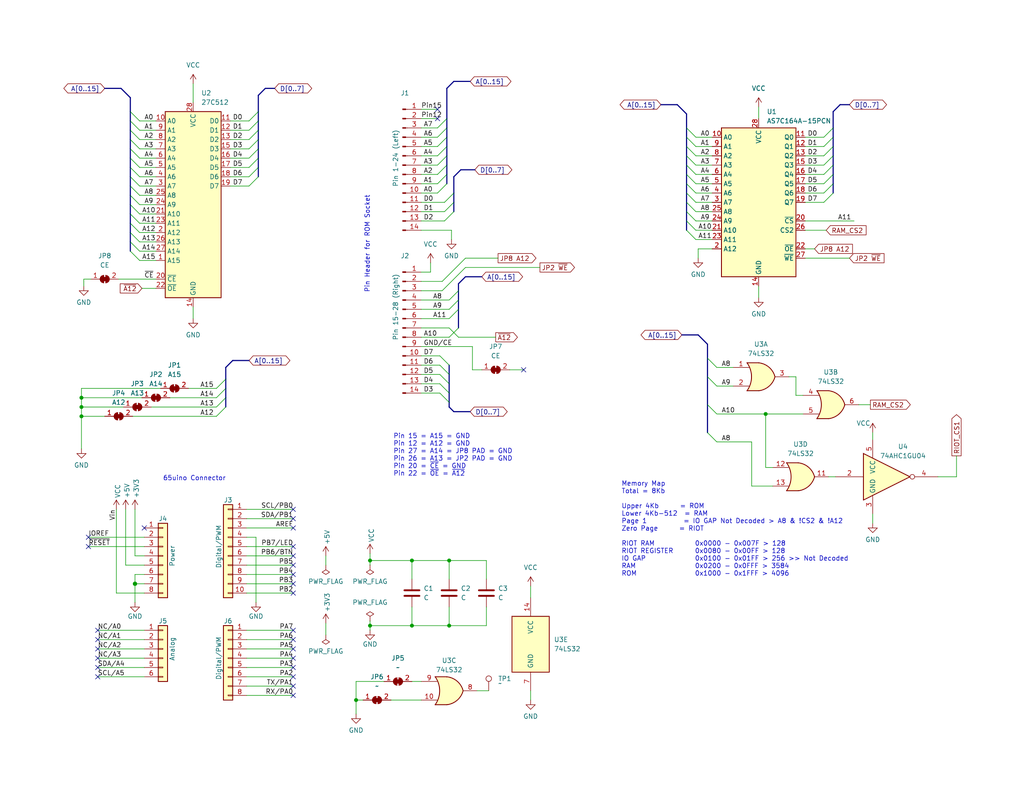
<source format=kicad_sch>
(kicad_sch (version 20230121) (generator eeschema)
  (paper "USLetter")
  (title_block (title "65uino Memory Expansion Hat") (date "2024-01-17") (rev "rev. 0.5") (company "(c) Mariano Luna"))
  (lib_symbols
    (symbol "74xGxx:74AHC1GU04"
      (property "Reference" "U" (at -2.54 3.81 0))
      (property "Value" "74AHC1GU04" (at 0 -3.81 0))
      (symbol "74AHC1GU04_1_1"
        (pin input line (at -15.24 0 0) (length 7.62) (name "~") (number "2"))
        (pin power_in line (at -5.08 -10.16 90) (length 5.08) (name "GND") (number "3"))
        (pin output inverted (at 12.7 0 180) (length 7.62) (name "~") (number "4"))
        (pin power_in line (at -5.08 10.16 270) (length 5.08) (name "VCC") (number "5"))
      )
    )
    (symbol "74xx:74LS32" (pin_names (offset 1.016))
      (property "Reference" "U" (at 0 1.27 0))
      (property "Value" "74LS32" (at 0 -1.27 0))
      (symbol "74LS32_1_1"
        (pin input line (at -7.62 2.54 0) (length 4.318) (name "~") (number "1"))
        (pin input line (at -7.62 -2.54 0) (length 4.318) (name "~") (number "2"))
        (pin output line (at 7.62 0 180) (length 3.81) (name "~") (number "3"))
      )
      (symbol "74LS32_1_2"
        (pin input inverted (at -7.62 2.54 0) (length 3.81) (name "~") (number "1"))
        (pin input inverted (at -7.62 -2.54 0) (length 3.81) (name "~") (number "2"))
        (pin output inverted (at 7.62 0 180) (length 3.81) (name "~") (number "3"))
      )
      (symbol "74LS32_2_1"
        (pin input line (at -7.62 2.54 0) (length 4.318) (name "~") (number "4"))
        (pin input line (at -7.62 -2.54 0) (length 4.318) (name "~") (number "5"))
        (pin output line (at 7.62 0 180) (length 3.81) (name "~") (number "6"))
      )
      (symbol "74LS32_2_2"
        (pin input inverted (at -7.62 2.54 0) (length 3.81) (name "~") (number "4"))
        (pin input inverted (at -7.62 -2.54 0) (length 3.81) (name "~") (number "5"))
        (pin output inverted (at 7.62 0 180) (length 3.81) (name "~") (number "6"))
      )
      (symbol "74LS32_3_1"
        (pin input line (at -7.62 -2.54 0) (length 4.318) (name "~") (number "10"))
        (pin output line (at 7.62 0 180) (length 3.81) (name "~") (number "8"))
        (pin input line (at -7.62 2.54 0) (length 4.318) (name "~") (number "9"))
      )
      (symbol "74LS32_3_2"
        (pin input inverted (at -7.62 -2.54 0) (length 3.81) (name "~") (number "10"))
        (pin output inverted (at 7.62 0 180) (length 3.81) (name "~") (number "8"))
        (pin input inverted (at -7.62 2.54 0) (length 3.81) (name "~") (number "9"))
      )
      (symbol "74LS32_4_1"
        (pin output line (at 7.62 0 180) (length 3.81) (name "~") (number "11"))
        (pin input line (at -7.62 2.54 0) (length 4.318) (name "~") (number "12"))
        (pin input line (at -7.62 -2.54 0) (length 4.318) (name "~") (number "13"))
      )
      (symbol "74LS32_4_2"
        (pin output inverted (at 7.62 0 180) (length 3.81) (name "~") (number "11"))
        (pin input inverted (at -7.62 2.54 0) (length 3.81) (name "~") (number "12"))
        (pin input inverted (at -7.62 -2.54 0) (length 3.81) (name "~") (number "13"))
      )
      (symbol "74LS32_5_0"
        (pin power_in line (at 0 12.7 270) (length 5.08) (name "VCC") (number "14"))
        (pin power_in line (at 0 -12.7 90) (length 5.08) (name "GND") (number "7"))
      )
    )
    (symbol "Connector:Conn_01x14_Pin" (pin_names (offset 1.016) hide)
      (property "Reference" "J" (at 0 17.78 0))
      (property "Value" "Conn_01x14_Pin" (at 0 -20.32 0))
      (symbol "Conn_01x14_Pin_1_1"
        (pin passive line (at 5.08 15.24 180) (length 3.81) (name "Pin_1") (number "1"))
        (pin passive line (at 5.08 -7.62 180) (length 3.81) (name "Pin_10") (number "10"))
        (pin passive line (at 5.08 -10.16 180) (length 3.81) (name "Pin_11") (number "11"))
        (pin passive line (at 5.08 -12.7 180) (length 3.81) (name "Pin_12") (number "12"))
        (pin passive line (at 5.08 -15.24 180) (length 3.81) (name "Pin_13") (number "13"))
        (pin passive line (at 5.08 -17.78 180) (length 3.81) (name "Pin_14") (number "14"))
        (pin passive line (at 5.08 12.7 180) (length 3.81) (name "Pin_2") (number "2"))
        (pin passive line (at 5.08 10.16 180) (length 3.81) (name "Pin_3") (number "3"))
        (pin passive line (at 5.08 7.62 180) (length 3.81) (name "Pin_4") (number "4"))
        (pin passive line (at 5.08 5.08 180) (length 3.81) (name "Pin_5") (number "5"))
        (pin passive line (at 5.08 2.54 180) (length 3.81) (name "Pin_6") (number "6"))
        (pin passive line (at 5.08 0 180) (length 3.81) (name "Pin_7") (number "7"))
        (pin passive line (at 5.08 -2.54 180) (length 3.81) (name "Pin_8") (number "8"))
        (pin passive line (at 5.08 -5.08 180) (length 3.81) (name "Pin_9") (number "9"))
      )
    )
    (symbol "Connector:TestPoint" (pin_numbers hide) (pin_names (offset 0.762) hide)
      (property "Reference" "TP" (at 0 6.858 0))
      (property "Value" "TestPoint" (at 0 5.08 0))
      (symbol "TestPoint_1_1"
        (pin passive line (at 0 0 90) (length 2.54) (name "1") (number "1"))
      )
    )
    (symbol "Connector_Generic:Conn_01x06" (pin_names (offset 1.016) hide)
      (property "Reference" "J" (at 0 7.62 0))
      (property "Value" "Conn_01x06" (at 0 -10.16 0))
      (symbol "Conn_01x06_1_1"
        (pin passive line (at -5.08 5.08 0) (length 3.81) (name "Pin_1") (number "1"))
        (pin passive line (at -5.08 2.54 0) (length 3.81) (name "Pin_2") (number "2"))
        (pin passive line (at -5.08 0 0) (length 3.81) (name "Pin_3") (number "3"))
        (pin passive line (at -5.08 -2.54 0) (length 3.81) (name "Pin_4") (number "4"))
        (pin passive line (at -5.08 -5.08 0) (length 3.81) (name "Pin_5") (number "5"))
        (pin passive line (at -5.08 -7.62 0) (length 3.81) (name "Pin_6") (number "6"))
      )
    )
    (symbol "Connector_Generic:Conn_01x08" (pin_names (offset 1.016) hide)
      (property "Reference" "J" (at 0 10.16 0))
      (property "Value" "Conn_01x08" (at 0 -12.7 0))
      (symbol "Conn_01x08_1_1"
        (pin passive line (at -5.08 7.62 0) (length 3.81) (name "Pin_1") (number "1"))
        (pin passive line (at -5.08 5.08 0) (length 3.81) (name "Pin_2") (number "2"))
        (pin passive line (at -5.08 2.54 0) (length 3.81) (name "Pin_3") (number "3"))
        (pin passive line (at -5.08 0 0) (length 3.81) (name "Pin_4") (number "4"))
        (pin passive line (at -5.08 -2.54 0) (length 3.81) (name "Pin_5") (number "5"))
        (pin passive line (at -5.08 -5.08 0) (length 3.81) (name "Pin_6") (number "6"))
        (pin passive line (at -5.08 -7.62 0) (length 3.81) (name "Pin_7") (number "7"))
        (pin passive line (at -5.08 -10.16 0) (length 3.81) (name "Pin_8") (number "8"))
      )
    )
    (symbol "Connector_Generic:Conn_01x10" (pin_names (offset 1.016) hide)
      (property "Reference" "J" (at 0 12.7 0))
      (property "Value" "Conn_01x10" (at 0 -15.24 0))
      (symbol "Conn_01x10_1_1"
        (pin passive line (at -5.08 10.16 0) (length 3.81) (name "Pin_1") (number "1"))
        (pin passive line (at -5.08 -12.7 0) (length 3.81) (name "Pin_10") (number "10"))
        (pin passive line (at -5.08 7.62 0) (length 3.81) (name "Pin_2") (number "2"))
        (pin passive line (at -5.08 5.08 0) (length 3.81) (name "Pin_3") (number "3"))
        (pin passive line (at -5.08 2.54 0) (length 3.81) (name "Pin_4") (number "4"))
        (pin passive line (at -5.08 0 0) (length 3.81) (name "Pin_5") (number "5"))
        (pin passive line (at -5.08 -2.54 0) (length 3.81) (name "Pin_6") (number "6"))
        (pin passive line (at -5.08 -5.08 0) (length 3.81) (name "Pin_7") (number "7"))
        (pin passive line (at -5.08 -7.62 0) (length 3.81) (name "Pin_8") (number "8"))
        (pin passive line (at -5.08 -10.16 0) (length 3.81) (name "Pin_9") (number "9"))
      )
    )
    (symbol "Device:C" (pin_numbers hide) (pin_names (offset 0.254))
      (property "Reference" "C" (at 0.635 2.54 0))
      (property "Value" "C" (at 0.635 -2.54 0))
      (symbol "C_1_1"
        (pin passive line (at 0 3.81 270) (length 2.794) (name "~") (number "1"))
        (pin passive line (at 0 -3.81 90) (length 2.794) (name "~") (number "2"))
      )
    )
    (symbol "Jumper:SolderJumper_2_Bridged" (pin_names (offset 0) hide)
      (property "Reference" "JP" (at 0 2.032 0))
      (property "Value" "SolderJumper_2_Bridged" (at 0 -2.54 0))
      (symbol "SolderJumper_2_Bridged_1_1"
        (pin passive line (at -3.81 0 0) (length 2.54) (name "A") (number "1"))
        (pin passive line (at 3.81 0 180) (length 2.54) (name "B") (number "2"))
      )
    )
    (symbol "Memory_EPROM:27C512"
      (property "Reference" "U" (at -7.62 26.67 0))
      (property "Value" "27C512" (at 2.54 -26.67 0))
      (symbol "27C512_1_1"
        (pin input line (at -10.16 -15.24 0) (length 2.54) (name "A15") (number "1"))
        (pin input line (at -10.16 22.86 0) (length 2.54) (name "A0") (number "10"))
        (pin tri_state line (at 10.16 22.86 180) (length 2.54) (name "D0") (number "11"))
        (pin tri_state line (at 10.16 20.32 180) (length 2.54) (name "D1") (number "12"))
        (pin tri_state line (at 10.16 17.78 180) (length 2.54) (name "D2") (number "13"))
        (pin power_in line (at 0 -27.94 90) (length 2.54) (name "GND") (number "14"))
        (pin tri_state line (at 10.16 15.24 180) (length 2.54) (name "D3") (number "15"))
        (pin tri_state line (at 10.16 12.7 180) (length 2.54) (name "D4") (number "16"))
        (pin tri_state line (at 10.16 10.16 180) (length 2.54) (name "D5") (number "17"))
        (pin tri_state line (at 10.16 7.62 180) (length 2.54) (name "D6") (number "18"))
        (pin tri_state line (at 10.16 5.08 180) (length 2.54) (name "D7") (number "19"))
        (pin input line (at -10.16 -7.62 0) (length 2.54) (name "A12") (number "2"))
        (pin input line (at -10.16 -20.32 0) (length 2.54) (name "~{CE}") (number "20"))
        (pin input line (at -10.16 -2.54 0) (length 2.54) (name "A10") (number "21"))
        (pin input line (at -10.16 -22.86 0) (length 2.54) (name "~{OE}") (number "22"))
        (pin input line (at -10.16 -5.08 0) (length 2.54) (name "A11") (number "23"))
        (pin input line (at -10.16 0 0) (length 2.54) (name "A9") (number "24"))
        (pin input line (at -10.16 2.54 0) (length 2.54) (name "A8") (number "25"))
        (pin input line (at -10.16 -10.16 0) (length 2.54) (name "A13") (number "26"))
        (pin input line (at -10.16 -12.7 0) (length 2.54) (name "A14") (number "27"))
        (pin power_in line (at 0 27.94 270) (length 2.54) (name "VCC") (number "28"))
        (pin input line (at -10.16 5.08 0) (length 2.54) (name "A7") (number "3"))
        (pin input line (at -10.16 7.62 0) (length 2.54) (name "A6") (number "4"))
        (pin input line (at -10.16 10.16 0) (length 2.54) (name "A5") (number "5"))
        (pin input line (at -10.16 12.7 0) (length 2.54) (name "A4") (number "6"))
        (pin input line (at -10.16 15.24 0) (length 2.54) (name "A3") (number "7"))
        (pin input line (at -10.16 17.78 0) (length 2.54) (name "A2") (number "8"))
        (pin input line (at -10.16 20.32 0) (length 2.54) (name "A1") (number "9"))
      )
    )
    (symbol "Memory_RAM:AS7C164A-15PCN"
      (property "Reference" "U" (at -10.16 20.955 0))
      (property "Value" "AS7C164A-15PCN" (at 2.54 20.955 0))
      (symbol "AS7C164A-15PCN_0_0"
        (pin power_in line (at 0 -22.86 90) (length 2.54) (name "GND") (number "14"))
        (pin power_in line (at 0 22.86 270) (length 2.54) (name "VCC") (number "28"))
      )
      (symbol "AS7C164A-15PCN_1_1"
        (pin input line (at -12.7 17.78 0) (length 2.54) (name "A0") (number "10"))
        (pin tri_state line (at 12.7 17.78 180) (length 2.54) (name "Q0") (number "11"))
        (pin tri_state line (at 12.7 15.24 180) (length 2.54) (name "Q1") (number "12"))
        (pin tri_state line (at 12.7 12.7 180) (length 2.54) (name "Q2") (number "13"))
        (pin tri_state line (at 12.7 10.16 180) (length 2.54) (name "Q3") (number "15"))
        (pin tri_state line (at 12.7 7.62 180) (length 2.54) (name "Q4") (number "16"))
        (pin tri_state line (at 12.7 5.08 180) (length 2.54) (name "Q5") (number "17"))
        (pin tri_state line (at 12.7 2.54 180) (length 2.54) (name "Q6") (number "18"))
        (pin tri_state line (at 12.7 0 180) (length 2.54) (name "Q7") (number "19"))
        (pin input line (at -12.7 -12.7 0) (length 2.54) (name "A12") (number "2"))
        (pin input line (at 12.7 -5.08 180) (length 2.54) (name "~{CS}") (number "20"))
        (pin input line (at -12.7 -7.62 0) (length 2.54) (name "A10") (number "21"))
        (pin input line (at 12.7 -12.7 180) (length 2.54) (name "~{OE}") (number "22"))
        (pin input line (at -12.7 -10.16 0) (length 2.54) (name "A11") (number "23"))
        (pin input line (at -12.7 -5.08 0) (length 2.54) (name "A9") (number "24"))
        (pin input line (at -12.7 -2.54 0) (length 2.54) (name "A8") (number "25"))
        (pin input line (at 12.7 -7.62 180) (length 2.54) (name "CS2") (number "26"))
        (pin input line (at 12.7 -15.24 180) (length 2.54) (name "~{WE}") (number "27"))
        (pin input line (at -12.7 0 0) (length 2.54) (name "A7") (number "3"))
        (pin input line (at -12.7 2.54 0) (length 2.54) (name "A6") (number "4"))
        (pin input line (at -12.7 5.08 0) (length 2.54) (name "A5") (number "5"))
        (pin input line (at -12.7 7.62 0) (length 2.54) (name "A4") (number "6"))
        (pin input line (at -12.7 10.16 0) (length 2.54) (name "A3") (number "7"))
        (pin input line (at -12.7 12.7 0) (length 2.54) (name "A2") (number "8"))
        (pin input line (at -12.7 15.24 0) (length 2.54) (name "A1") (number "9"))
      )
    )
    (symbol "power:+3V3" (power) (pin_names (offset 0))
      (property "Value" "+3V3" (at 0 3.556 0))
      (symbol "+3V3_1_1"
        (pin power_in line (at 0 0 90) (length 0) hide (name "+3V3") (number "1"))
      )
    )
    (symbol "power:+5V" (power) (pin_names (offset 0))
      (property "Value" "+5V" (at 0 3.556 0))
      (symbol "+5V_1_1"
        (pin power_in line (at 0 0 90) (length 0) hide (name "+5V") (number "1"))
      )
    )
    (symbol "power:GND" (power) (pin_names (offset 0))
      (property "Value" "GND" (at 0 -3.81 0))
      (symbol "GND_1_1"
        (pin power_in line (at 0 0 270) (length 0) hide (name "GND") (number "1"))
      )
    )
    (symbol "power:PWR_FLAG" (power) (pin_numbers hide) (pin_names (offset 0) hide)
      (property "Value" "PWR_FLAG" (at 0 3.81 0))
      (symbol "PWR_FLAG_0_0"
        (pin power_out line (at 0 0 90) (length 0) (name "pwr") (number "1"))
      )
    )
    (symbol "power:VCC" (power) (pin_names (offset 0))
      (property "Value" "VCC" (at 0 3.81 0))
      (symbol "VCC_1_1"
        (pin power_in line (at 0 0 90) (length 0) hide (name "VCC") (number "1"))
      )
    )
  )
  (junction (at 22.225 113.665))
  (junction (at 97.155 191.135))
  (junction (at 100.965 153.035))
  (junction (at 36.83 159.385) (diameter 1.016))
  (junction (at 22.225 108.585))
  (junction (at 112.395 153.035))
  (junction (at 122.555 170.815))
  (junction (at 208.915 113.03))
  (junction (at 22.225 111.125))
  (junction (at 100.965 170.815))
  (junction (at 122.555 153.035))
  (junction (at 112.395 170.815))
  (no_connect (at 80.01 154.305))
  (no_connect (at 80.01 172.085))
  (no_connect (at 80.01 156.845))
  (no_connect (at 119.38 32.385))
  (no_connect (at 80.01 182.245))
  (no_connect (at 26.67 179.705))
  (no_connect (at 80.01 161.925))
  (no_connect (at 80.01 177.165))
  (no_connect (at 80.01 159.385))
  (no_connect (at 80.01 141.605))
  (no_connect (at 26.67 184.785))
  (no_connect (at 80.01 179.705))
  (no_connect (at 24.13 149.225))
  (no_connect (at 80.01 151.765))
  (no_connect (at 26.67 177.165))
  (no_connect (at 80.01 189.865))
  (no_connect (at 80.01 187.325))
  (no_connect (at 119.38 29.845))
  (no_connect (at 80.01 139.065))
  (no_connect (at 80.01 144.145))
  (no_connect (at 80.01 149.225))
  (no_connect (at 24.13 146.685))
  (no_connect (at 80.01 184.785))
  (no_connect (at 39.37 144.145))
  (no_connect (at 26.67 182.245))
  (no_connect (at 80.01 174.625))
  (no_connect (at 142.875 100.965))
  (no_connect (at 26.67 174.625))
  (no_connect (at 26.67 172.085))
  (bus_entry (at 120.015 102.235) (size 2.54 2.54))
  (bus_entry (at 38.1 43.18) (size -2.54 -2.54))
  (bus_entry (at 189.865 57.785) (size -2.54 -2.54))
  (bus_entry (at 195.58 120.65) (size -2.54 -2.54))
  (bus_entry (at 189.865 65.405) (size -2.54 -2.54))
  (bus_entry (at 38.1 53.34) (size -2.54 -2.54))
  (bus_entry (at 122.555 84.455) (size 2.54 -2.54))
  (bus_entry (at 38.1 35.56) (size -2.54 -2.54))
  (bus_entry (at 119.38 37.465) (size 2.54 -2.54))
  (bus_entry (at 189.865 62.865) (size -2.54 -2.54))
  (bus_entry (at 122.555 86.995) (size 2.54 -2.54))
  (bus_entry (at 189.865 47.625) (size -2.54 -2.54))
  (bus_entry (at 38.1 60.96) (size -2.54 -2.54))
  (bus_entry (at 119.38 40.005) (size 2.54 -2.54))
  (bus_entry (at 121.285 55.245) (size 2.54 -2.54))
  (bus_entry (at 59.055 113.665) (size 2.54 -2.54))
  (bus_entry (at 119.38 34.925) (size 2.54 -2.54))
  (bus_entry (at 38.1 66.04) (size -2.54 -2.54))
  (bus_entry (at 224.79 55.245) (size 2.54 -2.54))
  (bus_entry (at 189.865 60.325) (size -2.54 -2.54))
  (bus_entry (at 38.1 63.5) (size -2.54 -2.54))
  (bus_entry (at 67.945 43.18) (size 2.54 -2.54))
  (bus_entry (at 119.38 47.625) (size 2.54 -2.54))
  (bus_entry (at 67.945 40.64) (size 2.54 -2.54))
  (bus_entry (at 59.055 108.585) (size 2.54 -2.54))
  (bus_entry (at 224.79 45.085) (size 2.54 -2.54))
  (bus_entry (at 189.865 42.545) (size -2.54 -2.54))
  (bus_entry (at 224.79 42.545) (size 2.54 -2.54))
  (bus_entry (at 38.1 50.8) (size -2.54 -2.54))
  (bus_entry (at 189.865 55.245) (size -2.54 -2.54))
  (bus_entry (at 121.285 57.785) (size 2.54 -2.54))
  (bus_entry (at 224.79 40.005) (size 2.54 -2.54))
  (bus_entry (at 189.865 45.085) (size -2.54 -2.54))
  (bus_entry (at 189.865 52.705) (size -2.54 -2.54))
  (bus_entry (at 67.945 50.8) (size 2.54 -2.54))
  (bus_entry (at 120.015 99.695) (size 2.54 2.54))
  (bus_entry (at 224.79 37.465) (size 2.54 -2.54))
  (bus_entry (at 67.945 33.02) (size 2.54 -2.54))
  (bus_entry (at 119.38 45.085) (size 2.54 -2.54))
  (bus_entry (at 121.285 60.325) (size 2.54 -2.54))
  (bus_entry (at 120.015 104.775) (size 2.54 2.54))
  (bus_entry (at 67.945 38.1) (size 2.54 -2.54))
  (bus_entry (at 38.1 71.12) (size -2.54 -2.54))
  (bus_entry (at 195.58 105.41) (size -2.54 -2.54))
  (bus_entry (at 38.1 38.1) (size -2.54 -2.54))
  (bus_entry (at 38.1 58.42) (size -2.54 -2.54))
  (bus_entry (at 38.1 33.02) (size -2.54 -2.54))
  (bus_entry (at 189.865 50.165) (size -2.54 -2.54))
  (bus_entry (at 38.1 68.58) (size -2.54 -2.54))
  (bus_entry (at 224.79 47.625) (size 2.54 -2.54))
  (bus_entry (at 189.865 37.465) (size -2.54 -2.54))
  (bus_entry (at 120.015 107.315) (size 2.54 2.54))
  (bus_entry (at 38.1 48.26) (size -2.54 -2.54))
  (bus_entry (at 224.79 52.705) (size 2.54 -2.54))
  (bus_entry (at 67.945 45.72) (size 2.54 -2.54))
  (bus_entry (at 67.945 35.56) (size 2.54 -2.54))
  (bus_entry (at 38.1 45.72) (size -2.54 -2.54))
  (bus_entry (at 195.58 113.03) (size -2.54 -2.54))
  (bus_entry (at 120.015 97.155) (size 2.54 2.54))
  (bus_entry (at 195.58 100.33) (size -2.54 -2.54))
  (bus_entry (at 122.555 92.075) (size 2.54 -2.54))
  (bus_entry (at 67.945 48.26) (size 2.54 -2.54))
  (bus_entry (at 224.79 50.165) (size 2.54 -2.54))
  (bus_entry (at 119.38 50.165) (size 2.54 -2.54))
  (bus_entry (at 38.1 55.88) (size -2.54 -2.54))
  (bus_entry (at 59.055 111.125) (size 2.54 -2.54))
  (bus_entry (at 38.1 40.64) (size -2.54 -2.54))
  (bus_entry (at 189.865 40.005) (size -2.54 -2.54))
  (bus_entry (at 119.38 52.705) (size 2.54 -2.54))
  (bus_entry (at 119.38 42.545) (size 2.54 -2.54))
  (bus_entry (at 122.555 81.915) (size 2.54 -2.54))
  (bus_entry (at 59.055 106.045) (size 2.54 -2.54))
  (wire (pts (xy 219.71 45.085) (xy 224.79 45.085)))
  (wire (pts (xy 67.31 189.865) (xy 80.01 189.865)))
  (bus (pts (xy 123.825 22.225) (xy 128.27 22.225)))
  (bus (pts (xy 35.56 40.64) (xy 35.56 38.1)))
  (wire (pts (xy 260.985 124.46) (xy 260.985 130.175)))
  (wire (pts (xy 130.175 188.595) (xy 133.35 188.595)))
  (wire (pts (xy 38.1 68.58) (xy 42.545 68.58)))
  (wire (pts (xy 120.65 76.835) (xy 127 70.485)))
  (wire (pts (xy 219.71 70.485) (xy 231.775 70.485)))
  (wire (pts (xy 100.965 151.13) (xy 100.965 153.035)))
  (wire (pts (xy 67.31 156.845) (xy 80.01 156.845)))
  (wire (pts (xy 38.1 48.26) (xy 42.545 48.26)))
  (wire (pts (xy 207.01 78.105) (xy 207.01 81.28)))
  (wire (pts (xy 139.065 100.965) (xy 142.875 100.965)))
  (wire (pts (xy 38.1 38.1) (xy 42.545 38.1)))
  (wire (pts (xy 67.31 139.065) (xy 80.01 139.065)))
  (wire (pts (xy 114.935 47.625) (xy 119.38 47.625)))
  (bus (pts (xy 35.56 43.18) (xy 35.56 40.64)))
  (bus (pts (xy 227.33 37.465) (xy 227.33 34.925)))
  (wire (pts (xy 22.86 76.2) (xy 24.765 76.2)))
  (wire (pts (xy 22.86 76.2) (xy 22.86 78.105)))
  (bus (pts (xy 122.555 102.235) (xy 122.555 104.775)))
  (bus (pts (xy 122.555 99.695) (xy 122.555 102.235)))
  (wire (pts (xy 128.905 100.965) (xy 131.445 100.965)))
  (bus (pts (xy 193.04 93.98) (xy 190.5 91.44)))
  (wire (pts (xy 22.225 113.665) (xy 28.575 113.665)))
  (wire (pts (xy 189.865 62.865) (xy 194.31 62.865)))
  (wire (pts (xy 97.155 191.135) (xy 97.155 194.945)))
  (wire (pts (xy 120.65 79.375) (xy 127 73.025)))
  (wire (pts (xy 22.225 108.585) (xy 22.225 111.125)))
  (bus (pts (xy 227.33 34.925) (xy 227.33 30.48)))
  (wire (pts (xy 114.935 102.235) (xy 120.015 102.235)))
  (wire (pts (xy 46.355 108.585) (xy 59.055 108.585)))
  (wire (pts (xy 217.17 102.87) (xy 217.17 107.95)))
  (wire (pts (xy 36.83 156.845) (xy 36.83 159.385)))
  (bus (pts (xy 35.56 26.67) (xy 33.02 24.13)))
  (wire (pts (xy 26.67 184.785) (xy 39.37 184.785)))
  (wire (pts (xy 195.58 105.41) (xy 200.025 105.41)))
  (wire (pts (xy 208.915 127.635) (xy 210.82 127.635)))
  (bus (pts (xy 187.325 47.625) (xy 187.325 45.085)))
  (wire (pts (xy 234.315 110.49) (xy 237.49 110.49)))
  (bus (pts (xy 193.04 102.87) (xy 193.04 110.49)))
  (wire (pts (xy 114.935 89.535) (xy 122.555 89.535)))
  (bus (pts (xy 122.555 109.855) (xy 122.555 111.125)))
  (bus (pts (xy 227.33 47.625) (xy 227.33 45.085)))
  (bus (pts (xy 187.325 52.705) (xy 187.325 50.165)))
  (wire (pts (xy 38.1 55.88) (xy 42.545 55.88)))
  (bus (pts (xy 35.56 38.1) (xy 35.56 35.56)))
  (bus (pts (xy 187.325 31.115) (xy 184.785 28.575)))
  (wire (pts (xy 41.275 111.125) (xy 59.055 111.125)))
  (bus (pts (xy 35.56 33.02) (xy 35.56 30.48)))
  (wire (pts (xy 114.935 76.835) (xy 120.65 76.835)))
  (wire (pts (xy 22.225 106.045) (xy 43.815 106.045)))
  (wire (pts (xy 36.83 159.385) (xy 36.83 164.465)))
  (bus (pts (xy 70.485 30.48) (xy 70.485 26.035)))
  (wire (pts (xy 22.225 111.125) (xy 33.655 111.125)))
  (wire (pts (xy 36.83 151.765) (xy 39.37 151.765)))
  (bus (pts (xy 121.92 37.465) (xy 121.92 34.925)))
  (wire (pts (xy 122.555 153.035) (xy 122.555 158.115)))
  (wire (pts (xy 114.935 55.245) (xy 121.285 55.245)))
  (wire (pts (xy 34.29 154.305) (xy 39.37 154.305)))
  (bus (pts (xy 61.595 106.045) (xy 61.595 103.505)))
  (bus (pts (xy 125.095 81.915) (xy 125.095 79.375)))
  (wire (pts (xy 34.29 139.065) (xy 34.29 154.305)))
  (wire (pts (xy 208.915 113.03) (xy 219.075 113.03)))
  (wire (pts (xy 195.58 113.03) (xy 208.915 113.03)))
  (bus (pts (xy 61.595 108.585) (xy 61.595 106.045)))
  (wire (pts (xy 208.915 113.03) (xy 208.915 127.635)))
  (bus (pts (xy 123.825 55.245) (xy 123.825 57.785)))
  (wire (pts (xy 67.31 149.225) (xy 80.01 149.225)))
  (bus (pts (xy 35.56 60.96) (xy 35.56 58.42)))
  (bus (pts (xy 122.555 104.775) (xy 122.555 107.315)))
  (wire (pts (xy 36.83 139.065) (xy 36.83 151.765)))
  (wire (pts (xy 67.31 172.085) (xy 80.01 172.085)))
  (wire (pts (xy 38.1 40.64) (xy 42.545 40.64)))
  (wire (pts (xy 39.37 172.085) (xy 26.67 172.085)))
  (wire (pts (xy 226.06 130.175) (xy 227.965 130.175)))
  (wire (pts (xy 67.31 151.765) (xy 80.01 151.765)))
  (wire (pts (xy 144.78 160.02) (xy 144.78 163.195)))
  (bus (pts (xy 35.56 68.58) (xy 35.56 66.04)))
  (wire (pts (xy 114.935 81.915) (xy 122.555 81.915)))
  (bus (pts (xy 35.56 45.72) (xy 35.56 43.18)))
  (wire (pts (xy 67.31 174.625) (xy 80.01 174.625)))
  (wire (pts (xy 189.865 60.325) (xy 194.31 60.325)))
  (bus (pts (xy 227.33 42.545) (xy 227.33 40.005)))
  (wire (pts (xy 22.225 113.665) (xy 22.225 122.555)))
  (wire (pts (xy 114.935 32.385) (xy 119.38 32.385)))
  (bus (pts (xy 227.33 50.165) (xy 227.33 47.625)))
  (wire (pts (xy 52.705 83.82) (xy 52.705 86.995)))
  (wire (pts (xy 217.17 107.95) (xy 219.075 107.95)))
  (bus (pts (xy 123.825 48.26) (xy 123.825 52.705)))
  (bus (pts (xy 70.485 45.72) (xy 70.485 43.18)))
  (wire (pts (xy 38.1 71.12) (xy 42.545 71.12)))
  (wire (pts (xy 114.935 34.925) (xy 119.38 34.925)))
  (bus (pts (xy 35.56 53.34) (xy 35.56 50.8)))
  (wire (pts (xy 125.095 92.075) (xy 135.255 92.075)))
  (wire (pts (xy 219.71 47.625) (xy 224.79 47.625)))
  (bus (pts (xy 187.325 50.165) (xy 187.325 47.625)))
  (bus (pts (xy 35.56 55.88) (xy 35.56 53.34)))
  (bus (pts (xy 121.92 34.925) (xy 121.92 32.385)))
  (bus (pts (xy 123.825 52.705) (xy 123.825 55.245)))
  (wire (pts (xy 255.905 130.175) (xy 260.985 130.175)))
  (bus (pts (xy 187.325 42.545) (xy 187.325 40.005)))
  (wire (pts (xy 97.155 191.135) (xy 99.06 191.135)))
  (wire (pts (xy 62.865 40.64) (xy 67.945 40.64)))
  (wire (pts (xy 112.395 153.035) (xy 112.395 158.115)))
  (wire (pts (xy 67.31 159.385) (xy 80.01 159.385)))
  (wire (pts (xy 38.1 53.34) (xy 42.545 53.34)))
  (bus (pts (xy 121.92 50.165) (xy 121.92 47.625)))
  (bus (pts (xy 187.325 57.785) (xy 187.325 55.245)))
  (bus (pts (xy 28.575 24.13) (xy 33.02 24.13)))
  (wire (pts (xy 112.395 186.055) (xy 114.935 186.055)))
  (wire (pts (xy 38.1 63.5) (xy 42.545 63.5)))
  (bus (pts (xy 35.56 63.5) (xy 35.56 60.96)))
  (wire (pts (xy 114.935 104.775) (xy 120.015 104.775)))
  (wire (pts (xy 67.31 179.705) (xy 80.01 179.705)))
  (wire (pts (xy 114.935 84.455) (xy 122.555 84.455)))
  (bus (pts (xy 70.485 35.56) (xy 70.485 33.02)))
  (bus (pts (xy 193.04 97.79) (xy 193.04 93.98)))
  (wire (pts (xy 219.71 42.545) (xy 224.79 42.545)))
  (wire (pts (xy 117.475 71.755) (xy 117.475 74.295)))
  (wire (pts (xy 114.935 92.075) (xy 122.555 92.075)))
  (wire (pts (xy 106.68 191.135) (xy 114.935 191.135)))
  (bus (pts (xy 180.34 28.575) (xy 184.785 28.575)))
  (wire (pts (xy 195.58 100.33) (xy 200.025 100.33)))
  (wire (pts (xy 190.5 67.945) (xy 194.31 67.945)))
  (wire (pts (xy 238.125 140.335) (xy 238.125 142.875)))
  (bus (pts (xy 125.095 77.47) (xy 127 75.565)))
  (bus (pts (xy 35.56 50.8) (xy 35.56 48.26)))
  (wire (pts (xy 24.13 146.685) (xy 39.37 146.685)))
  (wire (pts (xy 38.1 66.04) (xy 42.545 66.04)))
  (wire (pts (xy 189.865 42.545) (xy 194.31 42.545)))
  (wire (pts (xy 114.935 74.295) (xy 117.475 74.295)))
  (wire (pts (xy 38.1 60.96) (xy 42.545 60.96)))
  (wire (pts (xy 22.225 108.585) (xy 38.735 108.585)))
  (bus (pts (xy 35.56 66.04) (xy 35.56 63.5)))
  (wire (pts (xy 205.105 120.65) (xy 195.58 120.65)))
  (wire (pts (xy 238.125 118.11) (xy 238.125 120.015)))
  (wire (pts (xy 32.385 76.2) (xy 42.545 76.2)))
  (wire (pts (xy 122.555 165.735) (xy 122.555 170.815)))
  (bus (pts (xy 227.33 30.48) (xy 229.235 28.575)))
  (bus (pts (xy 125.095 84.455) (xy 125.095 89.535)))
  (bus (pts (xy 193.04 110.49) (xy 193.04 118.11)))
  (wire (pts (xy 123.19 62.865) (xy 123.19 65.405)))
  (bus (pts (xy 187.325 37.465) (xy 187.325 34.925)))
  (wire (pts (xy 69.85 146.685) (xy 69.85 164.465)))
  (wire (pts (xy 38.1 33.02) (xy 42.545 33.02)))
  (bus (pts (xy 35.56 35.56) (xy 35.56 33.02)))
  (bus (pts (xy 122.555 111.125) (xy 123.825 112.395)))
  (wire (pts (xy 67.31 144.145) (xy 80.01 144.145)))
  (wire (pts (xy 114.935 40.005) (xy 119.38 40.005)))
  (bus (pts (xy 121.92 40.005) (xy 121.92 37.465)))
  (wire (pts (xy 112.395 165.735) (xy 112.395 170.815)))
  (wire (pts (xy 114.935 79.375) (xy 120.65 79.375)))
  (bus (pts (xy 70.485 26.035) (xy 72.39 24.13)))
  (wire (pts (xy 114.935 107.315) (xy 120.015 107.315)))
  (bus (pts (xy 70.485 38.1) (xy 70.485 35.56)))
  (bus (pts (xy 70.485 33.02) (xy 70.485 30.48)))
  (wire (pts (xy 189.865 52.705) (xy 194.31 52.705)))
  (bus (pts (xy 123.825 48.26) (xy 125.73 46.355)))
  (wire (pts (xy 219.71 62.865) (xy 225.425 62.865)))
  (wire (pts (xy 39.37 177.165) (xy 26.67 177.165)))
  (bus (pts (xy 121.92 42.545) (xy 121.92 40.005)))
  (wire (pts (xy 24.13 149.225) (xy 39.37 149.225)))
  (wire (pts (xy 52.705 22.86) (xy 52.705 27.94)))
  (bus (pts (xy 121.92 45.085) (xy 121.92 42.545)))
  (wire (pts (xy 39.37 159.385) (xy 36.83 159.385)))
  (wire (pts (xy 132.715 165.735) (xy 132.715 170.815)))
  (wire (pts (xy 189.865 57.785) (xy 194.31 57.785)))
  (wire (pts (xy 114.935 42.545) (xy 119.38 42.545)))
  (wire (pts (xy 219.71 37.465) (xy 224.79 37.465)))
  (wire (pts (xy 100.965 153.035) (xy 100.965 154.305)))
  (wire (pts (xy 215.265 102.87) (xy 217.17 102.87)))
  (wire (pts (xy 132.715 153.035) (xy 132.715 158.115)))
  (wire (pts (xy 189.865 45.085) (xy 194.31 45.085)))
  (bus (pts (xy 61.595 100.33) (xy 63.5 98.425)))
  (bus (pts (xy 72.39 24.13) (xy 74.93 24.13)))
  (bus (pts (xy 229.235 28.575) (xy 231.775 28.575)))
  (wire (pts (xy 144.78 188.595) (xy 144.78 191.135)))
  (wire (pts (xy 219.71 40.005) (xy 224.79 40.005)))
  (bus (pts (xy 70.485 48.26) (xy 70.485 45.72)))
  (wire (pts (xy 62.865 48.26) (xy 67.945 48.26)))
  (bus (pts (xy 186.055 91.44) (xy 190.5 91.44)))
  (wire (pts (xy 39.37 161.925) (xy 31.75 161.925)))
  (wire (pts (xy 190.5 67.945) (xy 190.5 70.485)))
  (wire (pts (xy 51.435 106.045) (xy 59.055 106.045)))
  (wire (pts (xy 62.865 35.56) (xy 67.945 35.56)))
  (wire (pts (xy 114.935 45.085) (xy 119.38 45.085)))
  (wire (pts (xy 26.67 174.625) (xy 39.37 174.625)))
  (wire (pts (xy 127 70.485) (xy 135.89 70.485)))
  (bus (pts (xy 187.325 40.005) (xy 187.325 37.465)))
  (wire (pts (xy 112.395 153.035) (xy 122.555 153.035)))
  (wire (pts (xy 114.935 29.845) (xy 119.38 29.845)))
  (wire (pts (xy 219.71 60.325) (xy 233.045 60.325)))
  (bus (pts (xy 61.595 103.505) (xy 61.595 100.33)))
  (wire (pts (xy 88.9 170.18) (xy 88.9 173.355)))
  (wire (pts (xy 114.935 86.995) (xy 122.555 86.995)))
  (wire (pts (xy 62.865 33.02) (xy 67.945 33.02)))
  (bus (pts (xy 187.325 45.085) (xy 187.325 42.545)))
  (wire (pts (xy 122.555 153.035) (xy 132.715 153.035)))
  (wire (pts (xy 114.935 60.325) (xy 121.285 60.325)))
  (bus (pts (xy 227.33 40.005) (xy 227.33 37.465)))
  (wire (pts (xy 36.195 113.665) (xy 59.055 113.665)))
  (bus (pts (xy 122.555 107.315) (xy 122.555 109.855)))
  (wire (pts (xy 38.735 78.74) (xy 42.545 78.74)))
  (wire (pts (xy 189.865 40.005) (xy 194.31 40.005)))
  (wire (pts (xy 112.395 170.815) (xy 122.555 170.815)))
  (wire (pts (xy 67.31 146.685) (xy 69.85 146.685)))
  (wire (pts (xy 22.225 111.125) (xy 22.225 113.665)))
  (wire (pts (xy 114.935 50.165) (xy 119.38 50.165)))
  (bus (pts (xy 125.73 46.355) (xy 129.54 46.355)))
  (wire (pts (xy 122.555 170.815) (xy 132.715 170.815)))
  (wire (pts (xy 39.37 156.845) (xy 36.83 156.845)))
  (wire (pts (xy 97.155 186.055) (xy 97.155 191.135)))
  (wire (pts (xy 207.01 29.21) (xy 207.01 32.385)))
  (bus (pts (xy 187.325 34.925) (xy 187.325 31.115)))
  (bus (pts (xy 63.5 98.425) (xy 67.945 98.425)))
  (bus (pts (xy 70.485 40.64) (xy 70.485 38.1)))
  (bus (pts (xy 193.04 97.79) (xy 193.04 102.87)))
  (wire (pts (xy 38.1 35.56) (xy 42.545 35.56)))
  (wire (pts (xy 67.31 154.305) (xy 80.01 154.305)))
  (wire (pts (xy 97.155 186.055) (xy 104.775 186.055)))
  (bus (pts (xy 123.825 112.395) (xy 128.27 112.395)))
  (wire (pts (xy 205.105 120.65) (xy 205.105 132.715)))
  (bus (pts (xy 35.56 58.42) (xy 35.56 55.88)))
  (wire (pts (xy 189.865 50.165) (xy 194.31 50.165)))
  (wire (pts (xy 114.935 57.785) (xy 121.285 57.785)))
  (wire (pts (xy 114.935 99.695) (xy 120.015 99.695)))
  (wire (pts (xy 67.31 177.165) (xy 80.01 177.165)))
  (bus (pts (xy 127 75.565) (xy 131.445 75.565)))
  (wire (pts (xy 62.865 45.72) (xy 67.945 45.72)))
  (wire (pts (xy 219.71 67.945) (xy 222.25 67.945)))
  (wire (pts (xy 114.935 97.155) (xy 120.015 97.155)))
  (bus (pts (xy 125.095 84.455) (xy 125.095 81.915)))
  (bus (pts (xy 35.56 30.48) (xy 35.56 26.67)))
  (wire (pts (xy 26.67 179.705) (xy 39.37 179.705)))
  (bus (pts (xy 35.56 48.26) (xy 35.56 45.72)))
  (wire (pts (xy 127 73.025) (xy 147.32 73.025)))
  (wire (pts (xy 189.865 47.625) (xy 194.31 47.625)))
  (wire (pts (xy 100.965 153.035) (xy 112.395 153.035)))
  (wire (pts (xy 22.225 106.045) (xy 22.225 108.585)))
  (bus (pts (xy 187.325 62.865) (xy 187.325 60.325)))
  (bus (pts (xy 61.595 111.125) (xy 61.595 108.585)))
  (wire (pts (xy 62.865 50.8) (xy 67.945 50.8)))
  (wire (pts (xy 62.865 43.18) (xy 67.945 43.18)))
  (wire (pts (xy 189.865 37.465) (xy 194.31 37.465)))
  (bus (pts (xy 187.325 60.325) (xy 187.325 57.785)))
  (wire (pts (xy 38.1 50.8) (xy 42.545 50.8)))
  (bus (pts (xy 121.92 24.13) (xy 121.92 32.385)))
  (wire (pts (xy 67.31 141.605) (xy 80.01 141.605)))
  (wire (pts (xy 114.935 37.465) (xy 119.38 37.465)))
  (wire (pts (xy 205.105 132.715) (xy 210.82 132.715)))
  (wire (pts (xy 219.71 55.245) (xy 224.79 55.245)))
  (wire (pts (xy 100.965 170.815) (xy 112.395 170.815)))
  (wire (pts (xy 67.31 184.785) (xy 80.01 184.785)))
  (wire (pts (xy 219.71 50.165) (xy 224.79 50.165)))
  (bus (pts (xy 121.92 47.625) (xy 121.92 45.085)))
  (wire (pts (xy 219.71 52.705) (xy 224.79 52.705)))
  (wire (pts (xy 100.965 169.545) (xy 100.965 170.815)))
  (wire (pts (xy 67.31 182.245) (xy 80.01 182.245)))
  (bus (pts (xy 227.33 52.705) (xy 227.33 50.165)))
  (bus (pts (xy 227.33 45.085) (xy 227.33 42.545)))
  (wire (pts (xy 100.965 170.815) (xy 100.965 172.085)))
  (wire (pts (xy 122.555 89.535) (xy 125.095 92.075)))
  (wire (pts (xy 38.1 43.18) (xy 42.545 43.18)))
  (wire (pts (xy 128.905 94.615) (xy 128.905 100.965)))
  (wire (pts (xy 38.1 45.72) (xy 42.545 45.72)))
  (bus (pts (xy 70.485 43.18) (xy 70.485 40.64)))
  (bus (pts (xy 125.095 79.375) (xy 125.095 77.47)))
  (wire (pts (xy 114.935 62.865) (xy 123.19 62.865)))
  (bus (pts (xy 187.325 55.245) (xy 187.325 52.705)))
  (wire (pts (xy 189.865 65.405) (xy 194.31 65.405)))
  (wire (pts (xy 189.865 55.245) (xy 194.31 55.245)))
  (bus (pts (xy 121.92 24.13) (xy 123.825 22.225)))
  (wire (pts (xy 67.31 187.325) (xy 80.01 187.325)))
  (wire (pts (xy 31.75 161.925) (xy 31.75 139.065)))
  (wire (pts (xy 62.865 38.1) (xy 67.945 38.1)))
  (wire (pts (xy 39.37 182.245) (xy 26.67 182.245)))
  (wire (pts (xy 88.9 151.765) (xy 88.9 154.305)))
  (wire (pts (xy 67.31 161.925) (xy 80.01 161.925)))
  (wire (pts (xy 114.935 52.705) (xy 119.38 52.705)))
  (wire (pts (xy 114.935 94.615) (xy 128.905 94.615)))
  (wire (pts (xy 38.1 58.42) (xy 42.545 58.42)))
  (text "Pin Header for ROM Socket" (at 100.965 80.01 90) (effects (font (size 1.27 1.27)) (justify left bottom)))
  (text "Pin 15 = A15 = GND\nPin 12 = A12 = GND\nPin 27 = A14 = JP8 PAD = GND\nPin 26 = A13 = JP2 PAD = GND\nPin 20 = ~{CE} = GND\nPin 22 = ~{OE} = ~{A12}\n" (at 107.315 130.175 0) (effects (font (size 1.27 1.27)) (justify left bottom)))
  (text "65uino Connector" (at 44.45 131.445 0) (effects (font (size 1.27 1.27)) (justify left bottom)))
  (text "Memory Map\nTotal = 8Kb\n\nUpper 4Kb      = ROM\nLower 4Kb-512  = RAM\nPage 1		  = IO GAP Not Decoded > A8 & !CS2 & !A12\nZero Page      = RIOT\n\nRIOT RAM		0x0000 - 0x007F > 128\nRIOT REGISTER	0x0080 - 0x00FF > 128\nIO GAP			0x0100 - 0x01FF > 256 >> Not Decoded\nRAM				0x0200 - 0x0FFF > 3584\nROM 			0x1000 - 0x1FFF > 4096" (at 169.545 157.48 0) (effects (font (size 1.27 1.27)) (justify left bottom)))
  (label "RX{slash}PA0" (at 80.01 189.865 180))
  (label "A10" (at 196.85 113.03 0))
  (label "NC{slash}A2" (at 26.67 177.165 0))
  (label "D1" (at 220.345 40.005 0))
  (label "A1" (at 115.57 50.165 0))
  (label "PA4" (at 80.01 179.705 180))
  (label "D3" (at 63.5 40.64 0))
  (label "A15" (at 54.61 106.045 0))
  (label "D3" (at 220.345 45.085 0))
  (label "A13" (at 54.61 111.125 0))
  (label "A4" (at 39.37 43.18 0))
  (label "D4" (at 115.57 104.775 0))
  (label "A2" (at 191.135 42.545 0))
  (label "D4" (at 220.345 47.625 0))
  (label "A1" (at 39.37 35.56 0))
  (label "PA2" (at 80.01 184.785 180))
  (label "A0" (at 39.37 33.02 0))
  (label "A10" (at 115.57 92.075 0))
  (label "NC{slash}A3" (at 26.67 179.705 0))
  (label "A6" (at 191.135 52.705 0))
  (label "D5" (at 220.345 50.165 0))
  (label "PB7{slash}LED" (at 80.01 149.225 180))
  (label "A8" (at 196.85 100.33 0))
  (label "A5" (at 39.37 45.72 0))
  (label "A12" (at 38.735 63.5 0))
  (label "D1" (at 63.5 35.56 0))
  (label "~{CE}" (at 39.37 76.2 0))
  (label "PB6{slash}BTN" (at 80.01 151.765 180))
  (label "A11" (at 228.6 60.325 0))
  (label "D6" (at 63.5 48.26 0))
  (label "~{RESET}" (at 24.13 149.225 0))
  (label "D5" (at 63.5 45.72 0))
  (label "A7" (at 39.37 50.8 0))
  (label "A1" (at 191.135 40.005 0))
  (label "A9" (at 39.37 55.88 0))
  (label "A3" (at 39.37 40.64 0))
  (label "PB4" (at 80.01 156.845 180))
  (label "A8" (at 39.37 53.34 0))
  (label "A0" (at 115.57 52.705 0))
  (label "D2" (at 220.345 42.545 0))
  (label "A2" (at 115.57 47.625 0))
  (label "A0" (at 191.135 37.465 0))
  (label "A5" (at 115.57 40.005 0))
  (label "A13" (at 38.735 66.04 0))
  (label "A11" (at 38.735 60.96 0))
  (label "D7" (at 115.57 97.155 0))
  (label "A7" (at 191.135 55.245 0))
  (label "A6" (at 115.57 37.465 0))
  (label "A8" (at 118.11 81.915 0))
  (label "A9" (at 191.135 60.325 0))
  (label "A14" (at 54.61 108.585 0))
  (label "PA7" (at 80.01 172.085 180))
  (label "SDA{slash}PB1" (at 80.01 141.605 180))
  (label "PB2" (at 80.01 161.925 180))
  (label "GND{slash}CE" (at 115.57 94.615 0))
  (label "D3" (at 115.57 107.315 0))
  (label "Pin12" (at 114.935 32.385 0))
  (label "D7" (at 63.5 50.8 0))
  (label "D7" (at 220.345 55.245 0))
  (label "PB5" (at 80.01 154.305 180))
  (label "A4" (at 191.135 47.625 0))
  (label "PA3" (at 80.01 182.245 180))
  (label "A11" (at 118.11 86.995 0))
  (label "A9" (at 118.11 84.455 0))
  (label "A8" (at 191.135 57.785 0))
  (label "D0" (at 63.5 33.02 0))
  (label "A12" (at 54.61 113.665 0))
  (label "A10" (at 190.5 62.865 0))
  (label "NC{slash}A1" (at 26.67 174.625 0))
  (label "TX{slash}PA1" (at 80.01 187.325 180))
  (label "D6" (at 220.345 52.705 0))
  (label "A11" (at 190.5 65.405 0))
  (label "D2" (at 63.5 38.1 0))
  (label "A9" (at 196.85 105.41 0))
  (label "NC{slash}A0" (at 26.67 172.085 0))
  (label "AREF" (at 80.01 144.145 180))
  (label "A3" (at 191.135 45.085 0))
  (label "A8" (at 196.85 120.65 0))
  (label "Vin" (at 31.75 139.065 270))
  (label "PA6" (at 80.01 174.625 180))
  (label "D1" (at 115.57 57.785 0))
  (label "SCL{slash}PB0" (at 80.01 139.065 180))
  (label "D4" (at 63.5 43.18 0))
  (label "PB3" (at 80.01 159.385 180))
  (label "Pin15" (at 114.935 29.845 0))
  (label "D2" (at 115.57 60.325 0))
  (label "A2" (at 39.37 38.1 0))
  (label "D0" (at 220.345 37.465 0))
  (label "A4" (at 115.57 42.545 0))
  (label "A14" (at 38.735 68.58 0))
  (label "A15" (at 38.735 71.12 0))
  (label "PA5" (at 80.01 177.165 180))
  (label "IOREF" (at 24.13 146.685 0))
  (label "D5" (at 115.57 102.235 0))
  (label "A6" (at 39.37 48.26 0))
  (label "SDA{slash}A4" (at 26.67 182.245 0))
  (label "A5" (at 191.135 50.165 0))
  (label "SCL{slash}A5" (at 26.67 184.785 0))
  (label "D0" (at 115.57 55.245 0))
  (label "A7" (at 115.57 34.925 0))
  (label "D6" (at 115.57 99.695 0))
  (label "A3" (at 115.57 45.085 0))
  (label "A10" (at 38.735 58.42 0))
  (global_label "JP2 ~{WE}" (shape input) (at 231.775 70.485 0) (property "Intersheetrefs" "${INTERSHEET_REFS}" (effects hide)))
  (global_label "A[0..15]" (shape bidirectional) (at 128.27 22.225 0) (property "Intersheetrefs" "${INTERSHEET_REFS}" (effects hide)))
  (global_label "A[0..15]" (shape bidirectional) (at 180.34 28.575 180) (property "Intersheetrefs" "${INTERSHEET_REFS}" (effects hide)))
  (global_label "D[0..7]" (shape bidirectional) (at 231.775 28.575 0) (property "Intersheetrefs" "${INTERSHEET_REFS}" (effects hide)))
  (global_label "JP8 A12" (shape input) (at 222.25 67.945 0) (property "Intersheetrefs" "${INTERSHEET_REFS}" (effects hide)))
  (global_label "D[0..7]" (shape bidirectional) (at 74.93 24.13 0) (property "Intersheetrefs" "${INTERSHEET_REFS}" (effects hide)))
  (global_label "RAM_CS2" (shape output) (at 237.49 110.49 0) (property "Intersheetrefs" "${INTERSHEET_REFS}" (effects hide)))
  (global_label "RAM_CS2" (shape input) (at 225.425 62.865 0) (property "Intersheetrefs" "${INTERSHEET_REFS}" (effects hide)))
  (global_label "~{A12}" (shape output) (at 135.255 92.075 0) (property "Intersheetrefs" "${INTERSHEET_REFS}" (effects hide)))
  (global_label "D[0..7]" (shape bidirectional) (at 128.27 112.395 0) (property "Intersheetrefs" "${INTERSHEET_REFS}" (effects hide)))
  (global_label "A[0..15]" (shape bidirectional) (at 186.055 91.44 180) (property "Intersheetrefs" "${INTERSHEET_REFS}" (effects hide)))
  (global_label "A[0..15]" (shape bidirectional) (at 28.575 24.13 180) (property "Intersheetrefs" "${INTERSHEET_REFS}" (effects hide)))
  (global_label "~{A12}" (shape input) (at 38.735 78.74 180) (property "Intersheetrefs" "${INTERSHEET_REFS}" (effects hide)))
  (global_label "A[0..15]" (shape bidirectional) (at 67.945 98.425 0) (property "Intersheetrefs" "${INTERSHEET_REFS}" (effects hide)))
  (global_label "A[0..15]" (shape bidirectional) (at 131.445 75.565 0) (property "Intersheetrefs" "${INTERSHEET_REFS}" (effects hide)))
  (global_label "JP8 A12" (shape output) (at 135.89 70.485 0) (property "Intersheetrefs" "${INTERSHEET_REFS}" (effects hide)))
  (global_label "RIOT_CS1" (shape output) (at 260.985 124.46 90) (property "Intersheetrefs" "${INTERSHEET_REFS}" (effects hide)))
  (global_label "D[0..7]" (shape bidirectional) (at 129.54 46.355 0) (property "Intersheetrefs" "${INTERSHEET_REFS}" (effects hide)))
  (global_label "JP2 ~{WE}" (shape output) (at 147.32 73.025 0) (property "Intersheetrefs" "${INTERSHEET_REFS}" (effects hide)))
  (symbol (lib_id "Connector_Generic:Conn_01x08") (at 44.45 151.765 0) (unit 1)
    (property "Reference" "J4" (at 44.45 141.605 0))
    (property "Value" "Power" (at 46.99 151.765 90))
    (property "Footprint" "Connector_PinSocket_2.54mm:PinSocket_1x08_P2.54mm_Vertical" (effects hide))
  )
  (symbol (lib_id "power:+3V3") (at 36.83 139.065 0) (unit 1)
    (property "Reference" "#PWR015" (effects hide))
    (property "Value" "+3.3V" (at 37.211 136.017 90) (effects (justify left)))
  )
  (symbol (lib_id "power:+5V") (at 34.29 139.065 0) (unit 1)
    (property "Reference" "#PWR014" (effects hide))
    (property "Value" "+5V" (at 34.6456 136.017 90) (effects (justify left)))
  )
  (symbol (lib_id "power:GND") (at 36.83 164.465 0) (unit 1)
    (property "Reference" "#PWR017" (effects hide))
    (property "Value" "GND" (at 36.83 168.275 0))
  )
  (symbol (lib_id "Connector_Generic:Conn_01x10") (at 62.23 149.225 0) (mirror y) (unit 1)
    (property "Reference" "J3" (at 62.23 136.525 0))
    (property "Value" "Digital/PWM" (at 59.69 149.225 90))
    (property "Footprint" "Connector_PinSocket_2.54mm:PinSocket_1x10_P2.54mm_Vertical" (effects hide))
  )
  (symbol (lib_id "power:GND") (at 69.85 164.465 0) (unit 1)
    (property "Reference" "#PWR018" (effects hide))
    (property "Value" "GND" (at 69.85 168.275 0))
  )
  (symbol (lib_id "Connector_Generic:Conn_01x06") (at 44.45 177.165 0) (unit 1)
    (property "Reference" "J5" (at 44.45 169.545 0))
    (property "Value" "Analog" (at 46.99 177.165 90))
    (property "Footprint" "Connector_PinSocket_2.54mm:PinSocket_1x06_P2.54mm_Vertical" (effects hide))
  )
  (symbol (lib_id "Connector_Generic:Conn_01x08") (at 62.23 179.705 0) (mirror y) (unit 1)
    (property "Reference" "J6" (at 62.23 169.545 0))
    (property "Value" "Digital/PWM" (at 59.69 179.705 90))
    (property "Footprint" "Connector_PinSocket_2.54mm:PinSocket_1x08_P2.54mm_Vertical" (effects hide))
  )
  (symbol (lib_id "power:GND") (at 22.225 122.555 0) (unit 1)
    (property "Reference" "#PWR011" (effects hide))
    (property "Value" "GND" (at 22.225 127 0))
  )
  (symbol (lib_id "Connector:Conn_01x14_Pin") (at 109.855 45.085 0) (unit 1)
    (property "Reference" "J1" (at 110.49 25.4 0))
    (property "Value" "Pin 1-24 (Left)" (at 107.95 43.18 90))
    (property "Footprint" "Connector_PinHeader_2.54mm:PinHeader_1x14_P2.54mm_Vertical" (effects hide))
  )
  (symbol (lib_id "power:PWR_FLAG") (at 88.9 173.355 180) (unit 1)
    (property "Reference" "#FLG04" (effects hide))
    (property "Value" "PWR_FLAG" (at 88.9 177.8 0))
  )
  (symbol (lib_id "power:VCC") (at 238.125 118.11 0) (unit 1)
    (property "Reference" "#PWR03" (effects hide))
    (property "Value" "VCC" (at 235.585 115.57 0))
  )
  (symbol (lib_id "74xx:74LS32") (at 122.555 188.595 0) (unit 3)
    (property "Reference" "U3" (at 122.555 180.34 0))
    (property "Value" "74LS32" (at 122.555 182.88 0))
    (property "Footprint" "Package_DIP:DIP-14_W7.62mm" (effects hide))
    (property "Datasheet" "http://www.ti.com/lit/gpn/sn74LS32" (effects hide))
  )
  (symbol (lib_id "Jumper:SolderJumper_2_Bridged") (at 37.465 111.125 0) (unit 1)
    (property "Reference" "JP3" (at 37.465 104.775 0))
    (property "Value" "A13" (at 37.465 107.315 0))
    (property "Footprint" "Jumper:SolderJumper-2_P1.3mm_Bridged_Pad1.0x1.5mm" (effects hide))
  )
  (symbol (lib_id "74xGxx:74AHC1GU04") (at 243.205 130.175 0) (unit 1)
    (property "Reference" "U4" (at 246.38 121.92 0))
    (property "Value" "74AHC1GU04" (at 246.38 124.46 0))
    (property "Datasheet" "http://www.ti.com/lit/sg/scyt129e/scyt129e.pdf" (effects hide))
  )
  (symbol (lib_id "power:GND") (at 123.19 65.405 0) (unit 1)
    (property "Reference" "#PWR04" (effects hide))
    (property "Value" "GND" (at 123.19 69.85 0))
  )
  (symbol (lib_id "power:GND") (at 144.78 191.135 0) (unit 1)
    (property "Reference" "#PWR012" (effects hide))
    (property "Value" "GND" (at 144.78 195.58 0))
  )
  (symbol (lib_id "Jumper:SolderJumper_2_Bridged") (at 108.585 186.055 0) (unit 1)
    (property "Reference" "JP5" (at 108.585 179.705 0))
    (property "Value" "~" (at 108.585 182.245 0))
    (property "Footprint" "Jumper:SolderJumper-2_P1.3mm_Bridged_Pad1.0x1.5mm" (effects hide))
  )
  (symbol (lib_id "power:+3V3") (at 88.9 170.18 0) (unit 1)
    (property "Reference" "#PWR022" (effects hide))
    (property "Value" "+3.3V" (at 89.281 167.132 90) (effects (justify left)))
  )
  (symbol (lib_id "Jumper:SolderJumper_2_Bridged") (at 28.575 76.2 0) (unit 1)
    (property "Reference" "JP8" (at 28.575 69.85 0))
    (property "Value" "CE" (at 28.575 72.39 0))
    (property "Footprint" "Jumper:SolderJumper-2_P1.3mm_Bridged_Pad1.0x1.5mm" (effects hide))
  )
  (symbol (lib_id "power:GND") (at 190.5 70.485 0) (unit 1)
    (property "Reference" "#PWR05" (effects hide))
    (property "Value" "GND" (at 190.5 74.93 0))
  )
  (symbol (lib_id "Connector:TestPoint") (at 133.35 188.595 0) (unit 1)
    (property "Reference" "TP1" (at 135.89 185.293 0) (effects (justify left)))
    (property "Value" "~" (at 135.89 186.563 0) (effects (justify left)))
    (property "Footprint" "TestPoint:TestPoint_THTPad_D1.5mm_Drill0.7mm" (effects hide))
  )
  (symbol (lib_id "power:PWR_FLAG") (at 88.9 154.305 180) (unit 1)
    (property "Reference" "#FLG03" (effects hide))
    (property "Value" "PWR_FLAG" (at 88.9 158.75 0))
  )
  (symbol (lib_id "Device:C") (at 112.395 161.925 0) (unit 1)
    (property "Reference" "C1" (at 115.57 160.655 0) (effects (justify left)))
    (property "Value" "C" (at 115.57 163.195 0) (effects (justify left)))
    (property "Footprint" "Capacitor_SMD:C_1206_3216Metric_Pad1.33x1.80mm_HandSolder" (effects hide))
  )
  (symbol (lib_id "power:GND") (at 52.705 86.995 0) (unit 1)
    (property "Reference" "#PWR08" (effects hide))
    (property "Value" "GND" (at 52.705 91.44 0))
  )
  (symbol (lib_id "power:VCC") (at 100.965 151.13 0) (unit 1)
    (property "Reference" "#PWR020" (effects hide))
    (property "Value" "VCC" (at 101.346 148.082 90) (effects (justify left)))
  )
  (symbol (lib_id "power:VCC") (at 144.78 160.02 0) (unit 1)
    (property "Reference" "#PWR010" (effects hide))
    (property "Value" "VCC" (at 144.78 154.94 0))
  )
  (symbol (lib_id "power:GND") (at 100.965 172.085 0) (unit 1)
    (property "Reference" "#PWR019" (effects hide))
    (property "Value" "GND" (at 100.965 175.895 0))
  )
  (symbol (lib_id "power:GND") (at 207.01 81.28 0) (unit 1)
    (property "Reference" "#PWR07" (effects hide))
    (property "Value" "GND" (at 207.01 85.725 0))
  )
  (symbol (lib_id "Jumper:SolderJumper_2_Bridged") (at 135.255 100.965 0) (unit 1)
    (property "Reference" "JP7" (at 135.255 94.615 0))
    (property "Value" "CE" (at 135.255 97.155 0))
    (property "Footprint" "Jumper:SolderJumper-2_P1.3mm_Bridged_Pad1.0x1.5mm" (effects hide))
  )
  (symbol (lib_id "Jumper:SolderJumper_2_Bridged") (at 42.545 108.585 0) (unit 1)
    (property "Reference" "JP2" (at 42.545 102.235 0))
    (property "Value" "A14" (at 42.545 104.775 0))
    (property "Footprint" "Jumper:SolderJumper-2_P1.3mm_Bridged_Pad1.0x1.5mm" (effects hide))
  )
  (symbol (lib_id "power:VCC") (at 31.75 139.065 0) (unit 1)
    (property "Reference" "#PWR013" (effects hide))
    (property "Value" "VCC" (at 32.131 136.017 90) (effects (justify left)))
  )
  (symbol (lib_id "power:PWR_FLAG") (at 100.965 169.545 0) (unit 1)
    (property "Reference" "#FLG01" (effects hide))
    (property "Value" "PWR_FLAG" (at 100.965 164.465 0))
  )
  (symbol (lib_id "power:GND") (at 238.125 142.875 0) (unit 1)
    (property "Reference" "#PWR023" (effects hide))
    (property "Value" "GND" (at 238.125 147.32 0))
  )
  (symbol (lib_id "Connector:Conn_01x14_Pin") (at 109.855 89.535 0) (unit 1)
    (property "Reference" "J2" (at 110.49 69.85 0))
    (property "Value" "Pin 15-28 (Right)" (at 107.95 83.82 90))
    (property "Footprint" "Connector_PinHeader_2.54mm:PinHeader_1x14_P2.54mm_Vertical" (effects hide))
  )
  (symbol (lib_id "Memory_RAM:AS7C164A-15PCN") (at 207.01 55.245 0) (unit 1)
    (property "Reference" "U1" (at 209.2041 30.48 0) (effects (justify left)))
    (property "Value" "AS7C164A-15PCN" (at 209.2041 33.02 0) (effects (justify left)))
    (property "Footprint" "Package_DIP:DIP-28_W7.62mm" (effects hide))
    (property "Datasheet" "https://www.alliancememory.com/wp-content/uploads/pdf/sram/fa/Alliance%20Memory%20AS7C164A_v4.0%20May.%202017.pdf" (effects hide))
  )
  (symbol (lib_id "74xx:74LS32") (at 218.44 130.175 0) (unit 4)
    (property "Reference" "U3" (at 218.44 121.285 0))
    (property "Value" "74LS32" (at 218.44 123.825 0))
    (property "Footprint" "Package_DIP:DIP-14_W7.62mm" (effects hide))
    (property "Datasheet" "http://www.ti.com/lit/gpn/sn74LS32" (effects hide))
  )
  (symbol (lib_id "power:+5V") (at 88.9 151.765 0) (unit 1)
    (property "Reference" "#PWR021" (effects hide))
    (property "Value" "+5V" (at 89.2556 148.717 90) (effects (justify left)))
  )
  (symbol (lib_id "Device:C") (at 132.715 161.925 0) (unit 1)
    (property "Reference" "C3" (at 135.89 160.655 0) (effects (justify left)))
    (property "Value" "C" (at 135.89 163.195 0) (effects (justify left)))
    (property "Footprint" "Capacitor_SMD:C_1206_3216Metric_Pad1.33x1.80mm_HandSolder" (effects hide))
  )
  (symbol (lib_id "power:GND") (at 22.86 78.105 0) (unit 1)
    (property "Reference" "#PWR09" (effects hide))
    (property "Value" "GND" (at 22.86 82.55 0))
  )
  (symbol (lib_id "74xx:74LS32") (at 144.78 175.895 0) (unit 5)
    (property "Reference" "U3" (at 151.13 174.625 0) (effects (justify left)))
    (property "Value" "74LS32" (at 151.13 177.165 0) (effects (justify left)))
    (property "Footprint" "Package_DIP:DIP-14_W7.62mm" (effects hide))
    (property "Datasheet" "http://www.ti.com/lit/gpn/sn74LS32" (effects hide))
  )
  (symbol (lib_id "power:VCC") (at 207.01 29.21 0) (unit 1)
    (property "Reference" "#PWR02" (effects hide))
    (property "Value" "VCC" (at 207.01 24.13 0))
  )
  (symbol (lib_id "Jumper:SolderJumper_2_Bridged") (at 32.385 113.665 0) (unit 1)
    (property "Reference" "JP4" (at 32.385 107.315 0))
    (property "Value" "A12" (at 32.385 109.855 0))
    (property "Footprint" "Jumper:SolderJumper-2_P1.3mm_Bridged_Pad1.0x1.5mm" (effects hide))
  )
  (symbol (lib_id "Jumper:SolderJumper_2_Bridged") (at 47.625 106.045 0) (unit 1)
    (property "Reference" "JP1" (at 47.625 99.695 0))
    (property "Value" "A15" (at 47.625 102.235 0))
    (property "Footprint" "Jumper:SolderJumper-2_P1.3mm_Bridged_Pad1.0x1.5mm" (effects hide))
  )
  (symbol (lib_id "Device:C") (at 122.555 161.925 0) (unit 1)
    (property "Reference" "C2" (at 125.73 160.655 0) (effects (justify left)))
    (property "Value" "C" (at 125.73 163.195 0) (effects (justify left)))
    (property "Footprint" "Capacitor_SMD:C_1206_3216Metric_Pad1.33x1.80mm_HandSolder" (effects hide))
  )
  (symbol (lib_id "power:VCC") (at 117.475 71.755 0) (unit 1)
    (property "Reference" "#PWR06" (effects hide))
    (property "Value" "VCC" (at 117.475 66.675 0))
  )
  (symbol (lib_id "74xx:74LS32") (at 207.645 102.87 0) (unit 1)
    (property "Reference" "U3" (at 207.645 93.98 0))
    (property "Value" "74LS32" (at 207.645 96.52 0))
    (property "Footprint" "Package_DIP:DIP-14_W7.62mm" (effects hide))
    (property "Datasheet" "http://www.ti.com/lit/gpn/sn74LS32" (effects hide))
  )
  (symbol (lib_id "Memory_EPROM:27C512") (at 52.705 55.88 0) (unit 1)
    (property "Reference" "U2" (at 54.8991 25.4 0) (effects (justify left)))
    (property "Value" "27C512" (at 54.8991 27.94 0) (effects (justify left)))
    (property "Footprint" "Package_DIP:DIP-28_W15.24mm" (effects hide))
    (property "Datasheet" "http://ww1.microchip.com/downloads/en/DeviceDoc/doc0015.pdf" (effects hide))
  )
  (symbol (lib_id "74xx:74LS32") (at 226.695 110.49 0) (unit 2)
    (property "Reference" "U3" (at 226.695 101.6 0))
    (property "Value" "74LS32" (at 226.695 104.14 0))
    (property "Footprint" "Package_DIP:DIP-14_W7.62mm" (effects hide))
    (property "Datasheet" "http://www.ti.com/lit/gpn/sn74LS32" (effects hide))
  )
  (symbol (lib_id "power:VCC") (at 52.705 22.86 0) (unit 1)
    (property "Reference" "#PWR01" (effects hide))
    (property "Value" "VCC" (at 52.705 17.78 0))
  )
  (symbol (lib_id "power:GND") (at 97.155 194.945 0) (unit 1)
    (property "Reference" "#PWR016" (effects hide))
    (property "Value" "GND" (at 97.155 199.39 0))
  )
  (symbol (lib_id "Jumper:SolderJumper_2_Bridged") (at 102.87 191.135 0) (unit 1)
    (property "Reference" "JP6" (at 102.87 184.785 0))
    (property "Value" "~" (at 102.87 187.325 0))
    (property "Footprint" "Jumper:SolderJumper-2_P1.3mm_Bridged_Pad1.0x1.5mm" (effects hide))
  )
  (symbol (lib_id "power:PWR_FLAG") (at 100.965 154.305 180) (unit 1)
    (property "Reference" "#FLG02" (effects hide))
    (property "Value" "PWR_FLAG" (at 100.965 158.75 0))
  )
)
</source>
